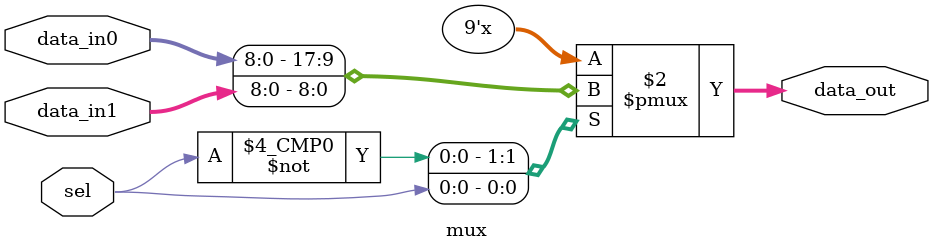
<source format=v>
/*
    Un modul simplu de selectie intre doua intrari de aceiasi dimensiune.
    E facut in model combinational. in functie de bitul de selctie va alege intrarea data_in0 sau 1 si o va scrie in data_out
*/
module mux #(parameter WIDTH = 9)
  (
   // Input data lines
   input [WIDTH-1:0] data_in0,  
   input [WIDTH-1:0] data_in1,  
   // Select line
   input sel,
   // Output data line            
   output reg [WIDTH-1:0] data_out              
  );

  always @(*)
    case(sel)
      1'b0: data_out = data_in0;
      1'b1: data_out = data_in1;
    endcase

endmodule
</source>
